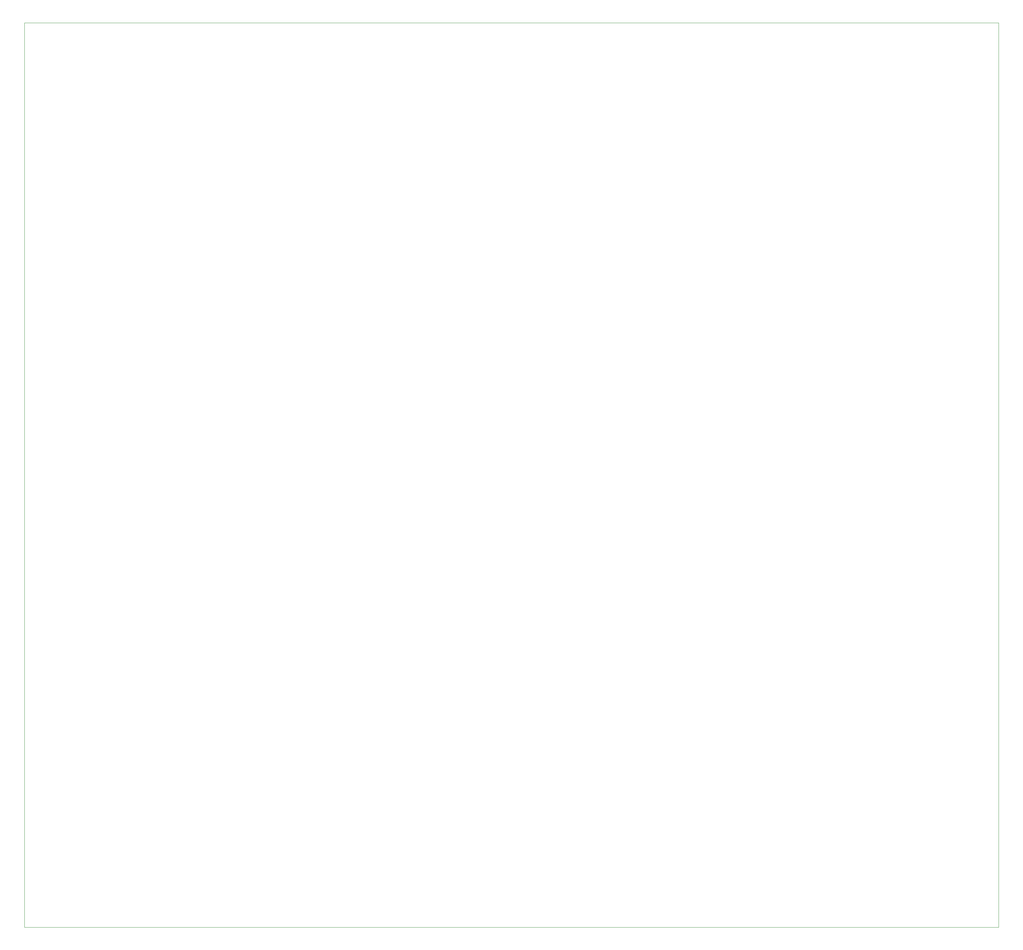
<source format=gbr>
%TF.GenerationSoftware,KiCad,Pcbnew,5.1.6-c6e7f7d~87~ubuntu19.10.1*%
%TF.CreationDate,2020-10-16T11:06:17+02:00*%
%TF.ProjectId,ariadne,61726961-646e-4652-9e6b-696361645f70,rev?*%
%TF.SameCoordinates,Original*%
%TF.FileFunction,Profile,NP*%
%FSLAX46Y46*%
G04 Gerber Fmt 4.6, Leading zero omitted, Abs format (unit mm)*
G04 Created by KiCad (PCBNEW 5.1.6-c6e7f7d~87~ubuntu19.10.1) date 2020-10-16 11:06:17*
%MOMM*%
%LPD*%
G01*
G04 APERTURE LIST*
%TA.AperFunction,Profile*%
%ADD10C,0.050000*%
%TD*%
G04 APERTURE END LIST*
D10*
X20000000Y-252000000D02*
X20000000Y-20000000D01*
X270000000Y-252000000D02*
X20000000Y-252000000D01*
X270000000Y-20000000D02*
X270000000Y-252000000D01*
X20000000Y-20000000D02*
X270000000Y-20000000D01*
M02*

</source>
